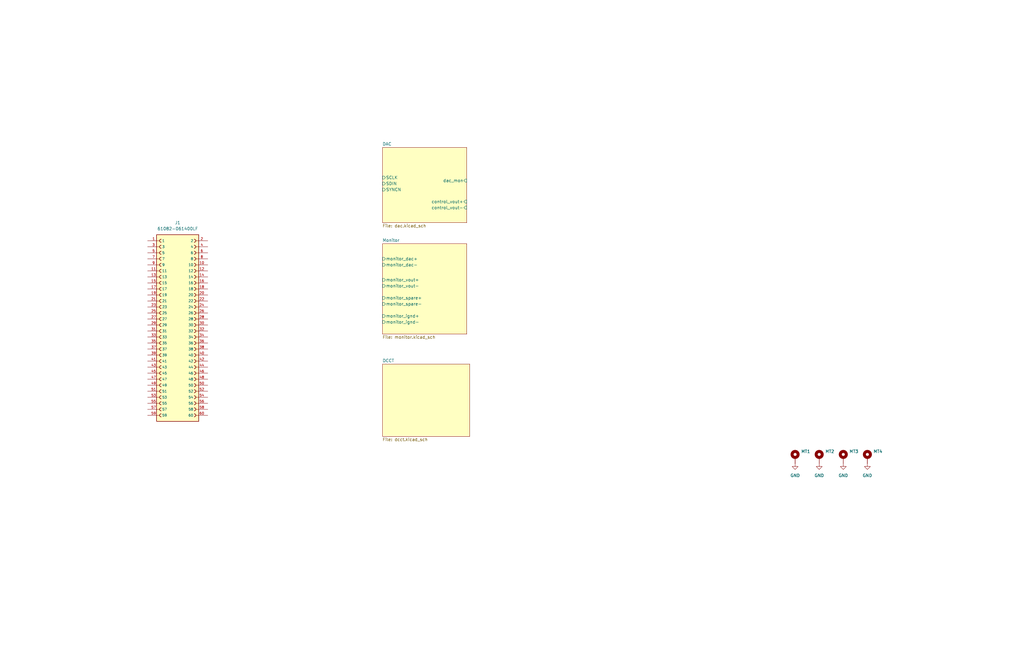
<source format=kicad_sch>
(kicad_sch (version 20250114) (generator "eeschema") (generator_version "9.0")
  (paper "B")
  (lib_symbols
    (symbol "Mechanical:MountingHole_Pad" (pin_numbers (hide yes)) (pin_names (offset 1.016) (hide yes)) (in_bom no)
      (property "Reference" "H" (at 0 6.35 0))
      (property "Value" "MountingHole_Pad" (at 0 4.445 0))
      (symbol "MountingHole_Pad_0_1"
        (circle (center 0 1.27) (radius 1.27) (stroke (width 1.27)))
      )
      (symbol "MountingHole_Pad_1_1"
        (pin input line (at 0 -2.54 90) (length 2.54) (name "1") (number "1"))
      )
    )
    (symbol "PSC:61082-061400LF" (pin_names (offset 1.016))
      (property "Reference" "J" (at -7.62 41.402 0))
      (property "Value" "61082-061400LF" (at -7.62 -40.64 0))
      (symbol "61082-061400LF_0_0"
        (rectangle (start -8.89 -38.1) (end 8.89 40.64) (stroke (width 0.254)) (fill (type background)))
        (arc (start -6.985 37.465) (mid -7.6172 38.1) (end -6.985 38.735) (stroke (width 0.254)))
        (arc (start -6.985 34.925) (mid -7.6172 35.56) (end -6.985 36.195) (stroke (width 0.254)))
        (arc (start -6.985 32.385) (mid -7.6172 33.02) (end -6.985 33.655) (stroke (width 0.254)))
        (arc (start -6.985 29.845) (mid -7.6172 30.48) (end -6.985 31.115) (stroke (width 0.254)))
        (arc (start -6.985 27.305) (mid -7.6172 27.94) (end -6.985 28.575) (stroke (width 0.254)))
        (arc (start -6.985 24.765) (mid -7.6172 25.4) (end -6.985 26.035) (stroke (width 0.254)))
        (arc (start -6.985 22.225) (mid -7.6172 22.86) (end -6.985 23.495) (stroke (width 0.254)))
        (arc (start -6.985 19.685) (mid -7.6172 20.32) (end -6.985 20.955) (stroke (width 0.254)))
        (arc (start -6.985 17.145) (mid -7.6172 17.78) (end -6.985 18.415) (stroke (width 0.254)))
        (arc (start -6.985 14.605) (mid -7.6172 15.24) (end -6.985 15.875) (stroke (width 0.254)))
        (arc (start -6.985 12.065) (mid -7.6172 12.7) (end -6.985 13.335) (stroke (width 0.254)))
        (arc (start -6.985 9.525) (mid -7.6172 10.16) (end -6.985 10.795) (stroke (width 0.254)))
        (arc (start -6.985 6.985) (mid -7.6172 7.62) (end -6.985 8.255) (stroke (width 0.254)))
        (arc (start -6.985 4.445) (mid -7.6172 5.08) (end -6.985 5.715) (stroke (width 0.254)))
        (arc (start -6.985 1.905) (mid -7.6172 2.54) (end -6.985 3.175) (stroke (width 0.254)))
        (arc (start -6.985 -0.635) (mid -7.6172 0) (end -6.985 0.635) (stroke (width 0.254)))
        (arc (start -6.985 -3.175) (mid -7.6172 -2.54) (end -6.985 -1.905) (stroke (width 0.254)))
        (arc (start -6.985 -5.715) (mid -7.6172 -5.08) (end -6.985 -4.445) (stroke (width 0.254)))
        (arc (start -6.985 -8.255) (mid -7.6172 -7.62) (end -6.985 -6.985) (stroke (width 0.254)))
        (arc (start -6.985 -10.795) (mid -7.6172 -10.16) (end -6.985 -9.525) (stroke (width 0.254)))
        (arc (start -6.985 -13.335) (mid -7.6172 -12.7) (end -6.985 -12.065) (stroke (width 0.254)))
        (arc (start -6.985 -15.875) (mid -7.6172 -15.24) (end -6.985 -14.605) (stroke (width 0.254)))
        (arc (start -6.985 -18.415) (mid -7.6172 -17.78) (end -6.985 -17.145) (stroke (width 0.254)))
        (arc (start -6.985 -20.955) (mid -7.6172 -20.32) (end -6.985 -19.685) (stroke (width 0.254)))
        (arc (start -6.985 -23.495) (mid -7.6172 -22.86) (end -6.985 -22.225) (stroke (width 0.254)))
        (arc (start -6.985 -26.035) (mid -7.6172 -25.4) (end -6.985 -24.765) (stroke (width 0.254)))
        (arc (start -6.985 -28.575) (mid -7.6172 -27.94) (end -6.985 -27.305) (stroke (width 0.254)))
        (arc (start -6.985 -31.115) (mid -7.6172 -30.48) (end -6.985 -29.845) (stroke (width 0.254)))
        (arc (start -6.985 -33.655) (mid -7.6172 -33.02) (end -6.985 -32.385) (stroke (width 0.254)))
        (arc (start -6.985 -36.195) (mid -7.6172 -35.56) (end -6.985 -34.925) (stroke (width 0.254)))
        (arc (start 6.985 38.735) (mid 7.6172 38.1) (end 6.985 37.465) (stroke (width 0.254)))
        (arc (start 6.985 36.195) (mid 7.6172 35.56) (end 6.985 34.925) (stroke (width 0.254)))
        (arc (start 6.985 33.655) (mid 7.6172 33.02) (end 6.985 32.385) (stroke (width 0.254)))
        (arc (start 6.985 31.115) (mid 7.6172 30.48) (end 6.985 29.845) (stroke (width 0.254)))
        (arc (start 6.985 28.575) (mid 7.6172 27.94) (end 6.985 27.305) (stroke (width 0.254)))
        (arc (start 6.985 26.035) (mid 7.6172 25.4) (end 6.985 24.765) (stroke (width 0.254)))
        (arc (start 6.985 23.495) (mid 7.6172 22.86) (end 6.985 22.225) (stroke (width 0.254)))
        (arc (start 6.985 20.955) (mid 7.6172 20.32) (end 6.985 19.685) (stroke (width 0.254)))
        (arc (start 6.985 18.415) (mid 7.6172 17.78) (end 6.985 17.145) (stroke (width 0.254)))
        (arc (start 6.985 15.875) (mid 7.6172 15.24) (end 6.985 14.605) (stroke (width 0.254)))
        (arc (start 6.985 13.335) (mid 7.6172 12.7) (end 6.985 12.065) (stroke (width 0.254)))
        (arc (start 6.985 10.795) (mid 7.6172 10.16) (end 6.985 9.525) (stroke (width 0.254)))
        (arc (start 6.985 8.255) (mid 7.6172 7.62) (end 6.985 6.985) (stroke (width 0.254)))
        (arc (start 6.985 5.715) (mid 7.6172 5.08) (end 6.985 4.445) (stroke (width 0.254)))
        (arc (start 6.985 3.175) (mid 7.6172 2.54) (end 6.985 1.905) (stroke (width 0.254)))
        (arc (start 6.985 0.635) (mid 7.6172 0) (end 6.985 -0.635) (stroke (width 0.254)))
        (arc (start 6.985 -1.905) (mid 7.6172 -2.54) (end 6.985 -3.175) (stroke (width 0.254)))
        (arc (start 6.985 -4.445) (mid 7.6172 -5.08) (end 6.985 -5.715) (stroke (width 0.254)))
        (arc (start 6.985 -6.985) (mid 7.6172 -7.62) (end 6.985 -8.255) (stroke (width 0.254)))
        (arc (start 6.985 -9.525) (mid 7.6172 -10.16) (end 6.985 -10.795) (stroke (width 0.254)))
        (arc (start 6.985 -12.065) (mid 7.6172 -12.7) (end 6.985 -13.335) (stroke (width 0.254)))
        (arc (start 6.985 -14.605) (mid 7.6172 -15.24) (end 6.985 -15.875) (stroke (width 0.254)))
        (arc (start 6.985 -17.145) (mid 7.6172 -17.78) (end 6.985 -18.415) (stroke (width 0.254)))
        (arc (start 6.985 -19.685) (mid 7.6172 -20.32) (end 6.985 -20.955) (stroke (width 0.254)))
        (arc (start 6.985 -22.225) (mid 7.6172 -22.86) (end 6.985 -23.495) (stroke (width 0.254)))
        (arc (start 6.985 -24.765) (mid 7.6172 -25.4) (end 6.985 -26.035) (stroke (width 0.254)))
        (arc (start 6.985 -27.305) (mid 7.6172 -27.94) (end 6.985 -28.575) (stroke (width 0.254)))
        (arc (start 6.985 -29.845) (mid 7.6172 -30.48) (end 6.985 -31.115) (stroke (width 0.254)))
        (arc (start 6.985 -32.385) (mid 7.6172 -33.02) (end 6.985 -33.655) (stroke (width 0.254)))
        (arc (start 6.985 -34.925) (mid 7.6172 -35.56) (end 6.985 -36.195) (stroke (width 0.254)))
        (pin passive line (at -12.7 38.1 0) (length 5.08) (name "1") (number "1"))
        (pin passive line (at -12.7 35.56 0) (length 5.08) (name "3") (number "3"))
        (pin passive line (at -12.7 33.02 0) (length 5.08) (name "5") (number "5"))
        (pin passive line (at -12.7 30.48 0) (length 5.08) (name "7") (number "7"))
        (pin passive line (at -12.7 27.94 0) (length 5.08) (name "9") (number "9"))
        (pin passive line (at -12.7 25.4 0) (length 5.08) (name "11") (number "11"))
        (pin passive line (at -12.7 22.86 0) (length 5.08) (name "13") (number "13"))
        (pin passive line (at -12.7 20.32 0) (length 5.08) (name "15") (number "15"))
        (pin passive line (at -12.7 17.78 0) (length 5.08) (name "17") (number "17"))
        (pin passive line (at -12.7 15.24 0) (length 5.08) (name "19") (number "19"))
        (pin passive line (at -12.7 12.7 0) (length 5.08) (name "21") (number "21"))
        (pin passive line (at -12.7 10.16 0) (length 5.08) (name "23") (number "23"))
        (pin passive line (at -12.7 7.62 0) (length 5.08) (name "25") (number "25"))
        (pin passive line (at -12.7 5.08 0) (length 5.08) (name "27") (number "27"))
        (pin passive line (at -12.7 2.54 0) (length 5.08) (name "29") (number "29"))
        (pin passive line (at -12.7 0 0) (length 5.08) (name "31") (number "31"))
        (pin passive line (at -12.7 -2.54 0) (length 5.08) (name "33") (number "33"))
        (pin passive line (at -12.7 -5.08 0) (length 5.08) (name "35") (number "35"))
        (pin passive line (at -12.7 -7.62 0) (length 5.08) (name "37") (number "37"))
        (pin passive line (at -12.7 -10.16 0) (length 5.08) (name "39") (number "39"))
        (pin passive line (at -12.7 -12.7 0) (length 5.08) (name "41") (number "41"))
        (pin passive line (at -12.7 -15.24 0) (length 5.08) (name "43") (number "43"))
        (pin passive line (at -12.7 -17.78 0) (length 5.08) (name "45") (number "45"))
        (pin passive line (at -12.7 -20.32 0) (length 5.08) (name "47") (number "47"))
        (pin passive line (at -12.7 -22.86 0) (length 5.08) (name "49") (number "49"))
        (pin passive line (at -12.7 -25.4 0) (length 5.08) (name "51") (number "51"))
        (pin passive line (at -12.7 -27.94 0) (length 5.08) (name "53") (number "53"))
        (pin passive line (at -12.7 -30.48 0) (length 5.08) (name "55") (number "55"))
        (pin passive line (at -12.7 -33.02 0) (length 5.08) (name "57") (number "57"))
        (pin passive line (at -12.7 -35.56 0) (length 5.08) (name "59") (number "59"))
        (pin passive line (at 12.7 38.1 180) (length 5.08) (name "2") (number "2"))
        (pin passive line (at 12.7 35.56 180) (length 5.08) (name "4") (number "4"))
        (pin passive line (at 12.7 33.02 180) (length 5.08) (name "6") (number "6"))
        (pin passive line (at 12.7 30.48 180) (length 5.08) (name "8") (number "8"))
        (pin passive line (at 12.7 27.94 180) (length 5.08) (name "10") (number "10"))
        (pin passive line (at 12.7 25.4 180) (length 5.08) (name "12") (number "12"))
        (pin passive line (at 12.7 22.86 180) (length 5.08) (name "14") (number "14"))
        (pin passive line (at 12.7 20.32 180) (length 5.08) (name "16") (number "16"))
        (pin passive line (at 12.7 17.78 180) (length 5.08) (name "18") (number "18"))
        (pin passive line (at 12.7 15.24 180) (length 5.08) (name "20") (number "20"))
        (pin passive line (at 12.7 12.7 180) (length 5.08) (name "22") (number "22"))
        (pin passive line (at 12.7 10.16 180) (length 5.08) (name "24") (number "24"))
        (pin passive line (at 12.7 7.62 180) (length 5.08) (name "26") (number "26"))
        (pin passive line (at 12.7 5.08 180) (length 5.08) (name "28") (number "28"))
        (pin passive line (at 12.7 2.54 180) (length 5.08) (name "30") (number "30"))
        (pin passive line (at 12.7 0 180) (length 5.08) (name "32") (number "32"))
        (pin passive line (at 12.7 -2.54 180) (length 5.08) (name "34") (number "34"))
        (pin passive line (at 12.7 -5.08 180) (length 5.08) (name "36") (number "36"))
        (pin passive line (at 12.7 -7.62 180) (length 5.08) (name "38") (number "38"))
        (pin passive line (at 12.7 -10.16 180) (length 5.08) (name "40") (number "40"))
        (pin passive line (at 12.7 -12.7 180) (length 5.08) (name "42") (number "42"))
        (pin passive line (at 12.7 -15.24 180) (length 5.08) (name "44") (number "44"))
        (pin passive line (at 12.7 -17.78 180) (length 5.08) (name "46") (number "46"))
        (pin passive line (at 12.7 -20.32 180) (length 5.08) (name "48") (number "48"))
        (pin passive line (at 12.7 -22.86 180) (length 5.08) (name "50") (number "50"))
        (pin passive line (at 12.7 -25.4 180) (length 5.08) (name "52") (number "52"))
        (pin passive line (at 12.7 -27.94 180) (length 5.08) (name "54") (number "54"))
        (pin passive line (at 12.7 -30.48 180) (length 5.08) (name "56") (number "56"))
        (pin passive line (at 12.7 -33.02 180) (length 5.08) (name "58") (number "58"))
        (pin passive line (at 12.7 -35.56 180) (length 5.08) (name "60") (number "60"))
      )
    )
    (symbol "power:GND" (power) (pin_numbers (hide yes)) (pin_names (offset 0) (hide yes))
      (property "Value" "GND" (at 0 -3.81 0))
      (symbol "GND_0_1"
        (polyline (pts (xy 0 0) (xy 0 -1.27) (xy 1.27 -1.27) (xy 0 -2.54) (xy -1.27 -1.27) (xy 0 -1.27)))
      )
      (symbol "GND_1_1"
        (pin power_in line (at 0 0 270) (length 0) (name "~") (number "1"))
      )
    )
  )
  (symbol (lib_id "Mechanical:MountingHole_Pad") (at 345.44 193.04 0) (unit 1) (in_bom no)
    (property "Reference" "MT2" (at 347.98 190.4999 0) (effects (justify left)))
    (property "Value" "MountingHole_Pad" (effects (hide yes)))
    (property "Footprint" "MountingHole:MountingHole_3.2mm_M3_Pad_TopBottom" (effects (hide yes)))
    (property "Description" "Mounting Hole with connection" (effects (hide yes)))
  )
  (symbol (lib_id "Mechanical:MountingHole_Pad") (at 355.6 193.04 0) (unit 1) (in_bom no)
    (property "Reference" "MT3" (at 358.14 190.4999 0) (effects (justify left)))
    (property "Value" "MountingHole_Pad" (effects (hide yes)))
    (property "Footprint" "MountingHole:MountingHole_3.2mm_M3_Pad_TopBottom" (effects (hide yes)))
    (property "Description" "Mounting Hole with connection" (effects (hide yes)))
  )
  (symbol (lib_id "power:GND") (at 335.28 195.58 0) (unit 1)
    (property "Reference" "#PWR02" (effects (hide yes)))
    (property "Value" "GND" (at 335.28 200.66 0))
    (property "Description" "Power symbol creates a global label with name \"GND\" , ground" (effects (hide yes)))
  )
  (symbol (lib_id "power:GND") (at 355.6 195.58 0) (unit 1)
    (property "Reference" "#PWR04" (effects (hide yes)))
    (property "Value" "GND" (at 355.6 200.66 0))
    (property "Description" "Power symbol creates a global label with name \"GND\" , ground" (effects (hide yes)))
  )
  (symbol (lib_id "Mechanical:MountingHole_Pad") (at 335.28 193.04 0) (unit 1) (in_bom no)
    (property "Reference" "MT1" (at 337.82 190.4999 0) (effects (justify left)))
    (property "Value" "MountingHole_Pad" (effects (hide yes)))
    (property "Footprint" "MountingHole:MountingHole_3.2mm_M3_Pad_TopBottom" (effects (hide yes)))
    (property "Description" "Mounting Hole with connection" (effects (hide yes)))
  )
  (symbol (lib_id "power:GND") (at 365.76 195.58 0) (unit 1)
    (property "Reference" "#PWR05" (effects (hide yes)))
    (property "Value" "GND" (at 365.76 200.66 0))
    (property "Description" "Power symbol creates a global label with name \"GND\" , ground" (effects (hide yes)))
  )
  (symbol (lib_id "PSC:61082-061400LF") (at 74.93 139.7 0) (unit 1)
    (property "Reference" "J1" (at 74.93 93.98 0))
    (property "Value" "61082-061400LF" (at 74.93 96.52 0))
    (property "Footprint" "myparts:AMPHENOL_61082-061400LF" (effects (hide yes)))
    (property "PARTREV" "AS" (effects (hide yes)))
    (property "STANDARD" "Manufacturer Recommendations" (effects (hide yes)))
    (property "MAXIMUM_PACKAGE_HEIGHT" "4.00mm" (effects (hide yes)))
    (property "MANUFACTURER" "Amphenol" (effects (hide yes)))
  )
  (symbol (lib_id "power:GND") (at 345.44 195.58 0) (unit 1)
    (property "Reference" "#PWR03" (effects (hide yes)))
    (property "Value" "GND" (at 345.44 200.66 0))
    (property "Description" "Power symbol creates a global label with name \"GND\" , ground" (effects (hide yes)))
  )
  (symbol (lib_id "Mechanical:MountingHole_Pad") (at 365.76 193.04 0) (unit 1) (in_bom no)
    (property "Reference" "MT4" (at 368.3 190.4999 0) (effects (justify left)))
    (property "Value" "MountingHole_Pad" (effects (hide yes)))
    (property "Footprint" "MountingHole:MountingHole_3.2mm_M3_Pad_TopBottom" (effects (hide yes)))
    (property "Description" "Mounting Hole with connection" (effects (hide yes)))
  )
  (sheet (at 161.29 102.87) (size 35.56 38.1) (stroke (width 0.1524)) (fill (color 255 255 194 1.0000))
    (property "Sheetname" "Monitor" (at 161.29 102.1584 0) (effects (justify left bottom)))
    (property "Sheetfile" "monitor.kicad_sch" (at 161.29 141.5546 0) (effects (justify left top)))
    (pin "monitor_dac+" input (at 161.29 109.22 180))
    (pin "monitor_dac-" input (at 161.29 111.76 180))
    (pin "monitor_ignd+" input (at 161.29 133.35 180))
    (pin "monitor_ignd-" input (at 161.29 135.89 180))
    (pin "monitor_spare+" input (at 161.29 125.73 180))
    (pin "monitor_spare-" input (at 161.29 128.27 180))
    (pin "monitor_vout+" input (at 161.29 118.11 180))
    (pin "monitor_vout-" input (at 161.29 120.65 180))
  )
  (sheet (at 161.29 153.67) (size 36.83 30.48) (stroke (width 0.1524)) (fill (color 255 255 194 1.0000))
    (property "Sheetname" "DCCT" (at 161.29 152.9584 0) (effects (justify left bottom)))
    (property "Sheetfile" "dcct.kicad_sch" (at 161.29 184.7346 0) (effects (justify left top)))
  )
  (sheet (at 161.29 62.23) (size 35.56 31.75) (stroke (width 0.1524)) (fill (color 255 255 194 1.0000))
    (property "Sheetname" "DAC" (at 161.29 61.5184 0) (effects (justify left bottom)))
    (property "Sheetfile" "dac.kicad_sch" (at 161.29 94.5646 0) (effects (justify left top)))
    (pin "SCLK" input (at 161.29 74.93 180))
    (pin "SDIN" input (at 161.29 77.47 180))
    (pin "SYNCN" input (at 161.29 80.01 180))
    (pin "control_vout+" input (at 196.85 85.09 0))
    (pin "control_vout-" input (at 196.85 87.63 0))
    (pin "dac_mon" input (at 196.85 76.2 0))
  )
)
</source>
